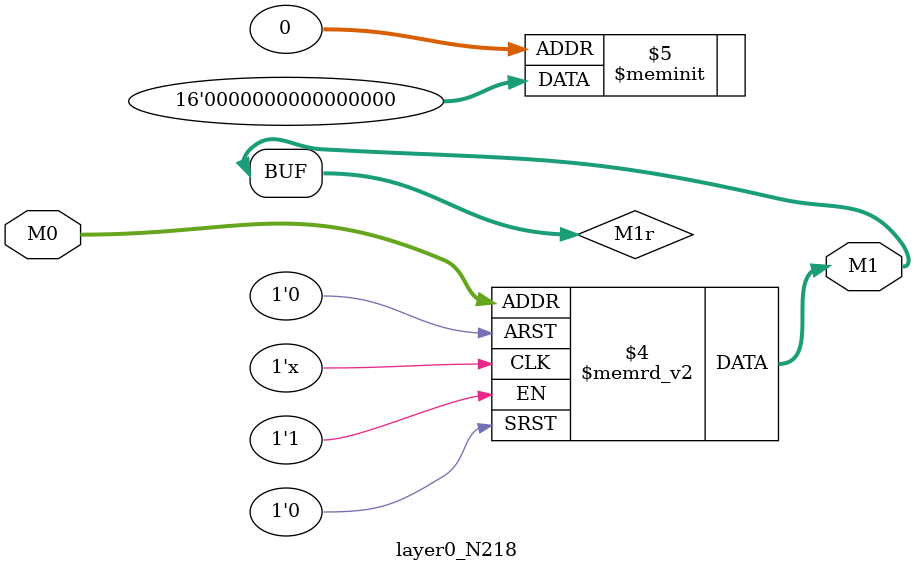
<source format=v>
module layer0_N218 ( input [2:0] M0, output [1:0] M1 );

	(*rom_style = "distributed" *) reg [1:0] M1r;
	assign M1 = M1r;
	always @ (M0) begin
		case (M0)
			3'b000: M1r = 2'b00;
			3'b100: M1r = 2'b00;
			3'b010: M1r = 2'b00;
			3'b110: M1r = 2'b00;
			3'b001: M1r = 2'b00;
			3'b101: M1r = 2'b00;
			3'b011: M1r = 2'b00;
			3'b111: M1r = 2'b00;

		endcase
	end
endmodule

</source>
